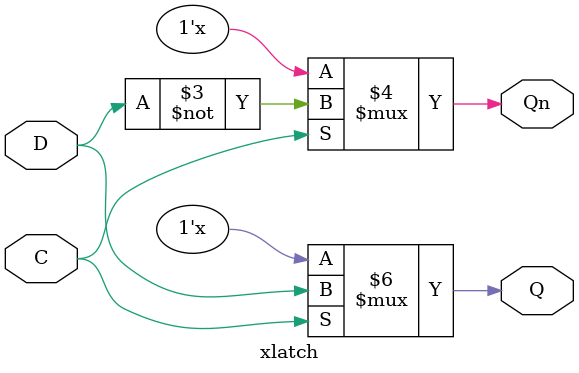
<source format=v>
module dlatch (output reg Q,Qn, 
               input wire C,D);
  
  always @ (C or D)
  	begin
  		if (C==1'b1)
  			begin
  				Q <= D;
  				Qn <= ~D;
  	    	end
  	end
  
endmodule

module dflipflop (output reg Q,Qn, 
                  input wire Clock, Reset, Preset, D);
  
  always @ (posedge Clock or negedge Reset or negedge Preset)
  	begin
	  	if (!Reset)
  			begin
  				Q <= 1'b0;
  				Qn <= 1'b1;
  			end
  		else if (!Preset)
  			begin
  				Q <= 1'b1;
  				Qn <= 1'b0;
  			end
  		else
  			begin
  				Q <= D;
  				Qn <= ~D;
  			end
	end
  
endmodule

module xlatch (output reg Q,Qn, 
               input wire C,D);
  
  always @ (C or D)
  	begin
  		if (C==1'b1)
  			begin
  				Q <= D;
  				Qn <= ~D;
  	    	end
  	end
  
endmodule
</source>
